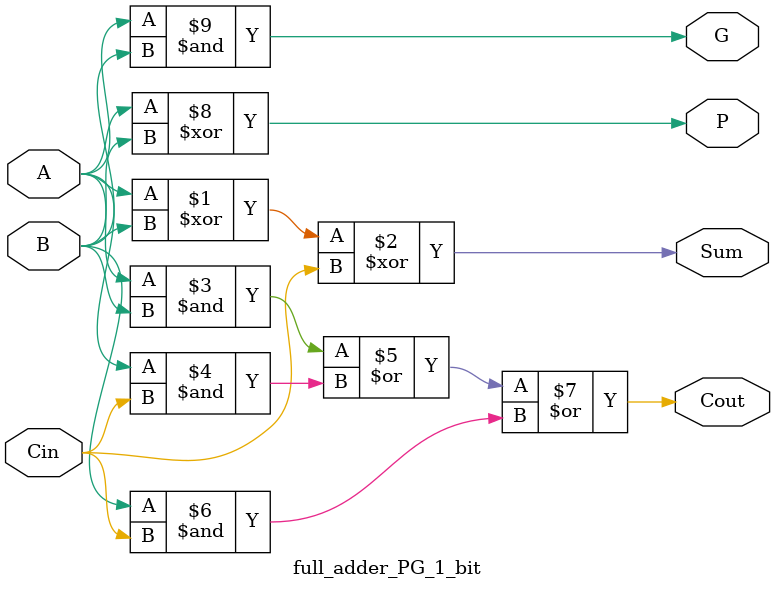
<source format=sv>
module full_adder_PG_1_bit(
	input logic A, B, Cin,
	output logic Sum, Cout, P, G
);

	assign Sum  = A ^ B ^ Cin;
	assign Cout = (A & B)|(A & Cin)|(B & Cin);
	assign P = A ^ B;
	assign G = A & B;

endmodule
</source>
